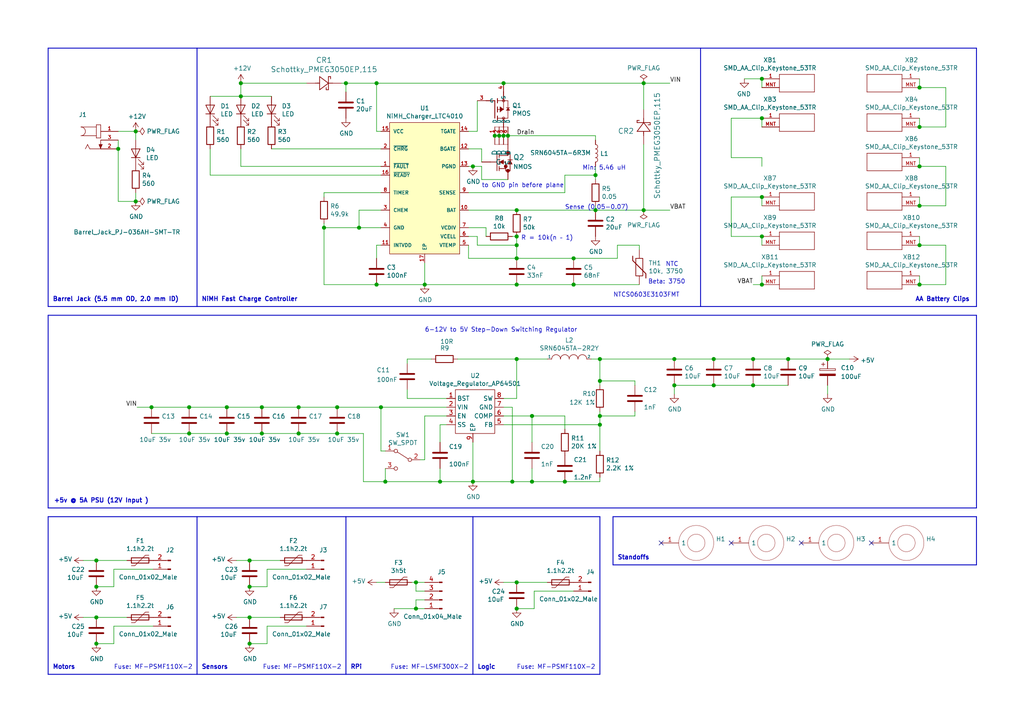
<source format=kicad_sch>
(kicad_sch (version 20201015) (generator eeschema)
  (page 1 1)
  (paper "A4")
  (title_block (title "NB3 Power Board") (date "2020-11-17") (rev "0.0.0") (company "Voight-Kampff") (comment 1 "LastBlackBox: NB3 power source") (comment 2 "6-cell NiMH AA battery charger") (comment 3 "5V/5A power source for RPi, sensors, and motors"))
  (junction (at 27.94 162.56) (diameter 1.016))
  (junction (at 27.94 170.18) (diameter 1.016))
  (junction (at 27.94 179.07) (diameter 1.016))
  (junction (at 27.94 186.69) (diameter 1.016))
  (junction (at 34.29 43.18) (diameter 1.016))
  (junction (at 39.37 38.1) (diameter 1.016))
  (junction (at 39.37 58.42) (diameter 1.016))
  (junction (at 43.942 118.11) (diameter 1.016))
  (junction (at 54.864 118.11) (diameter 1.016))
  (junction (at 54.864 125.73) (diameter 1.016))
  (junction (at 65.786 118.11) (diameter 1.016))
  (junction (at 65.786 125.73) (diameter 1.016))
  (junction (at 69.85 24.13) (diameter 1.016))
  (junction (at 69.85 27.94) (diameter 1.016))
  (junction (at 72.39 162.56) (diameter 1.016))
  (junction (at 72.39 170.18) (diameter 1.016))
  (junction (at 72.39 179.07) (diameter 1.016))
  (junction (at 72.39 186.69) (diameter 1.016))
  (junction (at 75.946 118.11) (diameter 1.016))
  (junction (at 75.946 125.73) (diameter 1.016))
  (junction (at 86.614 118.11) (diameter 1.016))
  (junction (at 86.614 125.73) (diameter 1.016))
  (junction (at 93.98 66.04) (diameter 1.016))
  (junction (at 97.79 118.11) (diameter 1.016))
  (junction (at 97.79 125.73) (diameter 1.016))
  (junction (at 100.33 24.13) (diameter 1.016))
  (junction (at 104.14 66.04) (diameter 1.016))
  (junction (at 109.22 24.13) (diameter 1.016))
  (junction (at 109.22 82.55) (diameter 1.016))
  (junction (at 110.49 118.11) (diameter 1.016))
  (junction (at 111.76 139.7) (diameter 1.016))
  (junction (at 120.65 168.91) (diameter 1.016))
  (junction (at 120.65 176.53) (diameter 1.016))
  (junction (at 123.19 82.55) (diameter 1.016))
  (junction (at 127.635 139.7) (diameter 1.016))
  (junction (at 137.16 48.26) (diameter 1.016))
  (junction (at 137.16 139.7) (diameter 1.016))
  (junction (at 143.51 39.37) (diameter 1.016))
  (junction (at 144.78 39.37) (diameter 1.016))
  (junction (at 146.05 24.13) (diameter 1.016))
  (junction (at 146.05 39.37) (diameter 1.016))
  (junction (at 147.32 39.37) (diameter 1.016))
  (junction (at 148.59 139.7) (diameter 1.016))
  (junction (at 149.86 60.96) (diameter 1.016))
  (junction (at 149.86 68.58) (diameter 1.016))
  (junction (at 149.86 71.12) (diameter 1.016))
  (junction (at 149.86 74.93) (diameter 1.016))
  (junction (at 149.86 82.55) (diameter 1.016))
  (junction (at 149.86 104.14) (diameter 1.016))
  (junction (at 149.86 168.91) (diameter 1.016))
  (junction (at 149.86 176.53) (diameter 1.016))
  (junction (at 154.305 120.65) (diameter 1.016))
  (junction (at 154.305 139.7) (diameter 1.016))
  (junction (at 163.83 139.7) (diameter 1.016))
  (junction (at 166.37 74.93) (diameter 1.016))
  (junction (at 166.37 82.55) (diameter 1.016))
  (junction (at 172.72 50.8) (diameter 1.016))
  (junction (at 172.72 60.96) (diameter 1.016))
  (junction (at 173.99 104.14) (diameter 1.016))
  (junction (at 173.99 110.49) (diameter 1.016))
  (junction (at 173.99 120.65) (diameter 1.016))
  (junction (at 173.99 123.19) (diameter 1.016))
  (junction (at 186.69 24.13) (diameter 1.016))
  (junction (at 186.69 60.96) (diameter 1.016))
  (junction (at 195.58 104.14) (diameter 1.016))
  (junction (at 195.58 111.76) (diameter 1.016))
  (junction (at 207.01 104.14) (diameter 1.016))
  (junction (at 207.01 111.76) (diameter 1.016))
  (junction (at 218.44 104.14) (diameter 1.016))
  (junction (at 218.44 111.76) (diameter 1.016))
  (junction (at 220.98 22.86) (diameter 1.016))
  (junction (at 220.98 34.29) (diameter 1.016))
  (junction (at 220.98 57.15) (diameter 1.016))
  (junction (at 220.98 68.58) (diameter 1.016))
  (junction (at 220.98 82.55) (diameter 1.016))
  (junction (at 228.6 104.14) (diameter 1.016))
  (junction (at 240.03 104.14) (diameter 1.016))
  (junction (at 266.7 25.4) (diameter 1.016))
  (junction (at 266.7 36.83) (diameter 1.016))
  (junction (at 266.7 48.26) (diameter 1.016))
  (junction (at 266.7 59.69) (diameter 1.016))
  (junction (at 266.7 71.12) (diameter 1.016))
  (junction (at 266.7 82.55) (diameter 1.016))
  (no_connect (at 252.73 157.48))
  (no_connect (at 212.09 157.48))
  (no_connect (at 191.77 157.48))
  (no_connect (at 232.41 157.48))
  (wire (pts (xy 24.13 162.56) (xy 27.94 162.56)))
  (wire (pts (xy 24.13 179.07) (xy 27.94 179.07)))
  (wire (pts (xy 27.94 162.56) (xy 36.83 162.56)))
  (wire (pts (xy 27.94 170.18) (xy 33.02 170.18)))
  (wire (pts (xy 27.94 179.07) (xy 36.83 179.07)))
  (wire (pts (xy 27.94 186.69) (xy 33.02 186.69)))
  (wire (pts (xy 33.02 165.1) (xy 33.02 170.18)))
  (wire (pts (xy 33.02 165.1) (xy 44.45 165.1)))
  (wire (pts (xy 33.02 181.61) (xy 33.02 186.69)))
  (wire (pts (xy 33.02 181.61) (xy 44.45 181.61)))
  (wire (pts (xy 34.29 38.1) (xy 39.37 38.1)))
  (wire (pts (xy 34.29 40.64) (xy 34.29 43.18)))
  (wire (pts (xy 34.29 43.18) (xy 34.29 58.42)))
  (wire (pts (xy 34.29 58.42) (xy 39.37 58.42)))
  (wire (pts (xy 39.37 40.64) (xy 39.37 38.1)))
  (wire (pts (xy 39.37 55.88) (xy 39.37 58.42)))
  (wire (pts (xy 39.751 118.11) (xy 43.942 118.11)))
  (wire (pts (xy 43.942 118.11) (xy 54.864 118.11)))
  (wire (pts (xy 43.942 125.73) (xy 54.864 125.73)))
  (wire (pts (xy 54.864 118.11) (xy 65.786 118.11)))
  (wire (pts (xy 54.864 125.73) (xy 65.786 125.73)))
  (wire (pts (xy 60.96 27.94) (xy 69.85 27.94)))
  (wire (pts (xy 60.96 43.18) (xy 60.96 50.8)))
  (wire (pts (xy 65.786 118.11) (xy 75.946 118.11)))
  (wire (pts (xy 65.786 125.73) (xy 75.946 125.73)))
  (wire (pts (xy 68.58 162.56) (xy 72.39 162.56)))
  (wire (pts (xy 68.58 179.07) (xy 72.39 179.07)))
  (wire (pts (xy 69.85 24.13) (xy 88.9 24.13)))
  (wire (pts (xy 69.85 27.94) (xy 69.85 24.13)))
  (wire (pts (xy 69.85 48.26) (xy 69.85 43.18)))
  (wire (pts (xy 72.39 162.56) (xy 81.28 162.56)))
  (wire (pts (xy 72.39 170.18) (xy 77.47 170.18)))
  (wire (pts (xy 72.39 179.07) (xy 81.28 179.07)))
  (wire (pts (xy 72.39 186.69) (xy 77.47 186.69)))
  (wire (pts (xy 75.946 118.11) (xy 86.614 118.11)))
  (wire (pts (xy 75.946 125.73) (xy 86.614 125.73)))
  (wire (pts (xy 77.47 165.1) (xy 77.47 170.18)))
  (wire (pts (xy 77.47 165.1) (xy 88.9 165.1)))
  (wire (pts (xy 77.47 181.61) (xy 77.47 186.69)))
  (wire (pts (xy 77.47 181.61) (xy 88.9 181.61)))
  (wire (pts (xy 78.74 27.94) (xy 69.85 27.94)))
  (wire (pts (xy 78.74 43.18) (xy 110.49 43.18)))
  (wire (pts (xy 86.614 118.11) (xy 97.79 118.11)))
  (wire (pts (xy 86.614 125.73) (xy 97.79 125.73)))
  (wire (pts (xy 93.98 55.88) (xy 93.98 57.15)))
  (wire (pts (xy 93.98 64.77) (xy 93.98 66.04)))
  (wire (pts (xy 93.98 66.04) (xy 93.98 82.55)))
  (wire (pts (xy 93.98 66.04) (xy 104.14 66.04)))
  (wire (pts (xy 93.98 82.55) (xy 109.22 82.55)))
  (wire (pts (xy 97.79 118.11) (xy 110.49 118.11)))
  (wire (pts (xy 97.79 125.73) (xy 105.41 125.73)))
  (wire (pts (xy 99.06 24.13) (xy 100.33 24.13)))
  (wire (pts (xy 100.33 24.13) (xy 109.22 24.13)))
  (wire (pts (xy 100.33 26.67) (xy 100.33 24.13)))
  (wire (pts (xy 104.14 60.96) (xy 104.14 66.04)))
  (wire (pts (xy 104.14 66.04) (xy 110.49 66.04)))
  (wire (pts (xy 105.41 125.73) (xy 105.41 139.7)))
  (wire (pts (xy 105.41 139.7) (xy 111.76 139.7)))
  (wire (pts (xy 109.22 24.13) (xy 146.05 24.13)))
  (wire (pts (xy 109.22 38.1) (xy 109.22 24.13)))
  (wire (pts (xy 109.22 74.93) (xy 109.22 71.12)))
  (wire (pts (xy 109.22 82.55) (xy 123.19 82.55)))
  (wire (pts (xy 109.22 168.91) (xy 111.76 168.91)))
  (wire (pts (xy 110.49 38.1) (xy 109.22 38.1)))
  (wire (pts (xy 110.49 48.26) (xy 69.85 48.26)))
  (wire (pts (xy 110.49 50.8) (xy 60.96 50.8)))
  (wire (pts (xy 110.49 55.88) (xy 93.98 55.88)))
  (wire (pts (xy 110.49 60.96) (xy 104.14 60.96)))
  (wire (pts (xy 110.49 71.12) (xy 109.22 71.12)))
  (wire (pts (xy 110.49 118.11) (xy 129.54 118.11)))
  (wire (pts (xy 110.49 130.81) (xy 110.49 118.11)))
  (wire (pts (xy 111.76 130.81) (xy 110.49 130.81)))
  (wire (pts (xy 111.76 135.89) (xy 111.76 139.7)))
  (wire (pts (xy 111.76 139.7) (xy 127.635 139.7)))
  (wire (pts (xy 118.11 104.14) (xy 118.11 105.41)))
  (wire (pts (xy 118.11 113.03) (xy 118.11 115.57)))
  (wire (pts (xy 118.11 115.57) (xy 129.54 115.57)))
  (wire (pts (xy 120.65 168.91) (xy 119.38 168.91)))
  (wire (pts (xy 120.65 171.45) (xy 120.65 168.91)))
  (wire (pts (xy 120.65 173.99) (xy 120.65 176.53)))
  (wire (pts (xy 120.65 176.53) (xy 114.3 176.53)))
  (wire (pts (xy 123.19 82.55) (xy 123.19 76.2)))
  (wire (pts (xy 123.19 82.55) (xy 149.86 82.55)))
  (wire (pts (xy 123.19 120.65) (xy 123.19 133.35)))
  (wire (pts (xy 123.19 133.35) (xy 121.92 133.35)))
  (wire (pts (xy 123.19 168.91) (xy 120.65 168.91)))
  (wire (pts (xy 123.19 171.45) (xy 120.65 171.45)))
  (wire (pts (xy 123.19 173.99) (xy 120.65 173.99)))
  (wire (pts (xy 123.19 176.53) (xy 120.65 176.53)))
  (wire (pts (xy 125.095 104.14) (xy 118.11 104.14)))
  (wire (pts (xy 127.635 123.19) (xy 127.635 128.27)))
  (wire (pts (xy 127.635 135.89) (xy 127.635 139.7)))
  (wire (pts (xy 127.635 139.7) (xy 137.16 139.7)))
  (wire (pts (xy 129.54 120.65) (xy 123.19 120.65)))
  (wire (pts (xy 129.54 123.19) (xy 127.635 123.19)))
  (wire (pts (xy 132.715 104.14) (xy 149.86 104.14)))
  (wire (pts (xy 135.89 38.1) (xy 138.43 38.1)))
  (wire (pts (xy 135.89 43.18) (xy 139.7 43.18)))
  (wire (pts (xy 135.89 48.26) (xy 137.16 48.26)))
  (wire (pts (xy 135.89 60.96) (xy 149.86 60.96)))
  (wire (pts (xy 135.89 66.04) (xy 140.97 66.04)))
  (wire (pts (xy 135.89 68.58) (xy 138.43 68.58)))
  (wire (pts (xy 135.89 71.12) (xy 135.89 74.93)))
  (wire (pts (xy 135.89 74.93) (xy 149.86 74.93)))
  (wire (pts (xy 137.16 48.26) (xy 139.7 48.26)))
  (wire (pts (xy 137.16 128.27) (xy 137.16 139.7)))
  (wire (pts (xy 137.16 139.7) (xy 148.59 139.7)))
  (wire (pts (xy 138.43 29.21) (xy 138.43 38.1)))
  (wire (pts (xy 138.43 68.58) (xy 138.43 71.12)))
  (wire (pts (xy 138.43 71.12) (xy 149.86 71.12)))
  (wire (pts (xy 139.7 43.18) (xy 139.7 46.99)))
  (wire (pts (xy 139.7 48.26) (xy 139.7 52.07)))
  (wire (pts (xy 139.7 52.07) (xy 147.32 52.07)))
  (wire (pts (xy 140.97 66.04) (xy 140.97 68.58)))
  (wire (pts (xy 143.51 39.37) (xy 144.78 39.37)))
  (wire (pts (xy 144.78 39.37) (xy 146.05 39.37)))
  (wire (pts (xy 146.05 24.13) (xy 186.69 24.13)))
  (wire (pts (xy 146.05 39.37) (xy 147.32 39.37)))
  (wire (pts (xy 146.05 115.57) (xy 149.86 115.57)))
  (wire (pts (xy 146.05 118.11) (xy 148.59 118.11)))
  (wire (pts (xy 146.05 120.65) (xy 154.305 120.65)))
  (wire (pts (xy 146.05 123.19) (xy 173.99 123.19)))
  (wire (pts (xy 146.05 168.91) (xy 149.86 168.91)))
  (wire (pts (xy 147.32 39.37) (xy 172.72 39.37)))
  (wire (pts (xy 148.59 118.11) (xy 148.59 139.7)))
  (wire (pts (xy 148.59 139.7) (xy 154.305 139.7)))
  (wire (pts (xy 149.86 60.96) (xy 172.72 60.96)))
  (wire (pts (xy 149.86 68.58) (xy 148.59 68.58)))
  (wire (pts (xy 149.86 68.58) (xy 149.86 71.12)))
  (wire (pts (xy 149.86 71.12) (xy 149.86 74.93)))
  (wire (pts (xy 149.86 74.93) (xy 166.37 74.93)))
  (wire (pts (xy 149.86 82.55) (xy 166.37 82.55)))
  (wire (pts (xy 149.86 104.14) (xy 158.75 104.14)))
  (wire (pts (xy 149.86 115.57) (xy 149.86 104.14)))
  (wire (pts (xy 149.86 168.91) (xy 158.75 168.91)))
  (wire (pts (xy 149.86 176.53) (xy 154.94 176.53)))
  (wire (pts (xy 154.305 120.65) (xy 154.305 128.27)))
  (wire (pts (xy 154.305 120.65) (xy 163.83 120.65)))
  (wire (pts (xy 154.305 135.89) (xy 154.305 139.7)))
  (wire (pts (xy 154.305 139.7) (xy 163.83 139.7)))
  (wire (pts (xy 154.94 171.45) (xy 154.94 176.53)))
  (wire (pts (xy 154.94 171.45) (xy 166.37 171.45)))
  (wire (pts (xy 163.83 50.8) (xy 163.83 55.88)))
  (wire (pts (xy 163.83 55.88) (xy 135.89 55.88)))
  (wire (pts (xy 163.83 124.46) (xy 163.83 120.65)))
  (wire (pts (xy 163.83 139.7) (xy 173.99 139.7)))
  (wire (pts (xy 166.37 74.93) (xy 179.07 74.93)))
  (wire (pts (xy 166.37 82.55) (xy 185.42 82.55)))
  (wire (pts (xy 171.45 104.14) (xy 173.99 104.14)))
  (wire (pts (xy 172.72 39.37) (xy 172.72 40.64)))
  (wire (pts (xy 172.72 48.26) (xy 172.72 50.8)))
  (wire (pts (xy 172.72 50.8) (xy 163.83 50.8)))
  (wire (pts (xy 172.72 50.8) (xy 172.72 52.07)))
  (wire (pts (xy 172.72 59.69) (xy 172.72 60.96)))
  (wire (pts (xy 172.72 60.96) (xy 186.69 60.96)))
  (wire (pts (xy 173.99 104.14) (xy 173.99 110.49)))
  (wire (pts (xy 173.99 104.14) (xy 195.58 104.14)))
  (wire (pts (xy 173.99 110.49) (xy 173.99 111.76)))
  (wire (pts (xy 173.99 110.49) (xy 184.15 110.49)))
  (wire (pts (xy 173.99 119.38) (xy 173.99 120.65)))
  (wire (pts (xy 173.99 120.65) (xy 173.99 123.19)))
  (wire (pts (xy 173.99 120.65) (xy 184.15 120.65)))
  (wire (pts (xy 173.99 123.19) (xy 173.99 130.81)))
  (wire (pts (xy 173.99 139.7) (xy 173.99 138.43)))
  (wire (pts (xy 179.07 71.12) (xy 185.42 71.12)))
  (wire (pts (xy 179.07 74.93) (xy 179.07 71.12)))
  (wire (pts (xy 184.15 110.49) (xy 184.15 111.76)))
  (wire (pts (xy 184.15 120.65) (xy 184.15 119.38)))
  (wire (pts (xy 185.42 71.12) (xy 185.42 72.39)))
  (wire (pts (xy 186.69 24.13) (xy 186.69 31.75)))
  (wire (pts (xy 186.69 24.13) (xy 194.31 24.13)))
  (wire (pts (xy 186.69 41.91) (xy 186.69 60.96)))
  (wire (pts (xy 186.69 60.96) (xy 194.31 60.96)))
  (wire (pts (xy 195.58 104.14) (xy 207.01 104.14)))
  (wire (pts (xy 195.58 111.76) (xy 195.58 114.3)))
  (wire (pts (xy 195.58 111.76) (xy 207.01 111.76)))
  (wire (pts (xy 207.01 104.14) (xy 218.44 104.14)))
  (wire (pts (xy 207.01 111.76) (xy 218.44 111.76)))
  (wire (pts (xy 212.09 45.72) (xy 212.09 34.29)))
  (wire (pts (xy 212.09 57.15) (xy 212.09 68.58)))
  (wire (pts (xy 212.09 68.58) (xy 220.98 68.58)))
  (wire (pts (xy 218.44 82.55) (xy 220.98 82.55)))
  (wire (pts (xy 218.44 104.14) (xy 228.6 104.14)))
  (wire (pts (xy 218.44 111.76) (xy 228.6 111.76)))
  (wire (pts (xy 220.98 22.86) (xy 215.9 22.86)))
  (wire (pts (xy 220.98 25.4) (xy 220.98 22.86)))
  (wire (pts (xy 220.98 34.29) (xy 212.09 34.29)))
  (wire (pts (xy 220.98 36.83) (xy 220.98 34.29)))
  (wire (pts (xy 220.98 45.72) (xy 212.09 45.72)))
  (wire (pts (xy 220.98 48.26) (xy 220.98 45.72)))
  (wire (pts (xy 220.98 57.15) (xy 212.09 57.15)))
  (wire (pts (xy 220.98 59.69) (xy 220.98 57.15)))
  (wire (pts (xy 220.98 71.12) (xy 220.98 68.58)))
  (wire (pts (xy 220.98 80.01) (xy 220.98 82.55)))
  (wire (pts (xy 228.6 104.14) (xy 240.03 104.14)))
  (wire (pts (xy 240.03 104.14) (xy 246.38 104.14)))
  (wire (pts (xy 240.03 111.76) (xy 240.03 114.3)))
  (wire (pts (xy 266.7 22.86) (xy 266.7 25.4)))
  (wire (pts (xy 266.7 25.4) (xy 274.32 25.4)))
  (wire (pts (xy 266.7 34.29) (xy 266.7 36.83)))
  (wire (pts (xy 266.7 45.72) (xy 266.7 48.26)))
  (wire (pts (xy 266.7 48.26) (xy 274.32 48.26)))
  (wire (pts (xy 266.7 57.15) (xy 266.7 59.69)))
  (wire (pts (xy 266.7 68.58) (xy 266.7 71.12)))
  (wire (pts (xy 266.7 71.12) (xy 274.32 71.12)))
  (wire (pts (xy 266.7 80.01) (xy 266.7 82.55)))
  (wire (pts (xy 274.32 25.4) (xy 274.32 36.83)))
  (wire (pts (xy 274.32 36.83) (xy 266.7 36.83)))
  (wire (pts (xy 274.32 48.26) (xy 274.32 59.69)))
  (wire (pts (xy 274.32 59.69) (xy 266.7 59.69)))
  (wire (pts (xy 274.32 71.12) (xy 274.32 82.55)))
  (wire (pts (xy 274.32 82.55) (xy 266.7 82.55)))
  (polyline (pts (xy 13.97 13.97) (xy 13.97 88.9)) (stroke (width 0.254) (type solid)))
  (polyline (pts (xy 13.97 13.97) (xy 283.21 13.97)) (stroke (width 0.254) (type solid)))
  (polyline (pts (xy 13.97 91.44) (xy 13.97 147.32)) (stroke (width 0.254) (type solid)))
  (polyline (pts (xy 13.97 91.44) (xy 283.21 91.44)) (stroke (width 0.254) (type solid)))
  (polyline (pts (xy 13.97 149.86) (xy 13.97 195.58)) (stroke (width 0.254) (type solid)))
  (polyline (pts (xy 13.97 149.86) (xy 173.99 149.86)) (stroke (width 0.254) (type solid)))
  (polyline (pts (xy 13.97 195.58) (xy 173.99 195.58)) (stroke (width 0.254) (type solid)))
  (polyline (pts (xy 57.15 13.97) (xy 57.15 88.9)) (stroke (width 0.254) (type solid)))
  (polyline (pts (xy 57.15 149.86) (xy 57.15 195.58)) (stroke (width 0.254) (type solid)))
  (polyline (pts (xy 100.33 149.86) (xy 100.33 195.58)) (stroke (width 0.254) (type solid)))
  (polyline (pts (xy 137.16 149.86) (xy 137.16 195.58)) (stroke (width 0.254) (type solid)))
  (polyline (pts (xy 173.99 195.58) (xy 173.99 149.86)) (stroke (width 0.254) (type solid)))
  (polyline (pts (xy 177.8 149.86) (xy 177.8 163.83)) (stroke (width 0.254) (type solid)))
  (polyline (pts (xy 177.8 149.86) (xy 283.21 149.86)) (stroke (width 0.254) (type solid)))
  (polyline (pts (xy 177.8 163.83) (xy 283.21 163.83)) (stroke (width 0.254) (type solid)))
  (polyline (pts (xy 203.2 13.97) (xy 203.2 88.9)) (stroke (width 0.254) (type solid)))
  (polyline (pts (xy 283.21 13.97) (xy 283.21 88.9)) (stroke (width 0.254) (type solid)))
  (polyline (pts (xy 283.21 88.9) (xy 13.97 88.9)) (stroke (width 0.254) (type solid)))
  (polyline (pts (xy 283.21 91.44) (xy 283.21 147.32)) (stroke (width 0.254) (type solid)))
  (polyline (pts (xy 283.21 147.32) (xy 13.97 147.32)) (stroke (width 0.254) (type solid)))
  (polyline (pts (xy 283.21 163.83) (xy 283.21 149.86)) (stroke (width 0.254) (type solid)))
  (text "Barrel Jack (5.5 mm OD, 2.0 mm ID)" (at 15.24 87.63 0) (effects (font (size 1.27 1.27) (thickness 0.254) bold) (justify left bottom)))
  (text "Motors" (at 15.24 194.31 0) (effects (font (size 1.27 1.27) (thickness 0.254) bold) (justify left bottom)))
  (text "+5v @ 5A PSU (12V Input )" (at 43.18 146.05 180) (effects (font (size 1.27 1.27) (thickness 0.254) bold) (justify right bottom)))
  (text "Fuse: MF-PSMF110X-2" (at 55.88 194.31 180) (effects (font (size 1.27 1.27)) (justify right bottom)))
  (text "NiMH Fast Charge Controller" (at 58.42 87.63 0) (effects (font (size 1.27 1.27) (thickness 0.254) bold) (justify left bottom)))
  (text "Sensors" (at 58.42 194.31 0) (effects (font (size 1.27 1.27) (thickness 0.254) bold) (justify left bottom)))
  (text "Fuse: MF-PSMF110X-2" (at 99.06 194.31 180) (effects (font (size 1.27 1.27)) (justify right bottom)))
  (text "RPi" (at 101.6 194.31 0) (effects (font (size 1.27 1.27) (thickness 0.254) bold) (justify left bottom)))
  (text "6-12V to 5V Step-Down Switching Regulator" (at 123.19 96.52 0) (effects (font (size 1.27 1.27)) (justify left bottom)))
  (text "Fuse: MF-LSMF300X-2" (at 135.89 194.31 180) (effects (font (size 1.27 1.27)) (justify right bottom)))
  (text "Logic" (at 138.43 194.31 0) (effects (font (size 1.27 1.27) (thickness 0.254) bold) (justify left bottom)))
  (text "to GND pin before plane" (at 139.7 54.61 0) (effects (font (size 1.27 1.27)) (justify left bottom)))
  (text "R = 10k(n – 1)" (at 151.13 69.85 0) (effects (font (size 1.27 1.27)) (justify left bottom)))
  (text "Sense (0.05-0.07)" (at 163.83 60.96 0) (effects (font (size 1.27 1.27)) (justify left bottom)))
  (text "Min: 5.46 uH\n" (at 168.91 49.53 0) (effects (font (size 1.27 1.27)) (justify left bottom)))
  (text "Fuse: MF-PSMF110X-2" (at 172.72 194.31 180) (effects (font (size 1.27 1.27)) (justify right bottom)))
  (text "Standoffs" (at 179.07 162.56 0) (effects (font (size 1.27 1.27) (thickness 0.254) bold) (justify left bottom)))
  (text "Beta: 3750" (at 187.96 82.55 0) (effects (font (size 1.27 1.27)) (justify left bottom)))
  (text "NTC" (at 193.04 77.47 0) (effects (font (size 1.27 1.27)) (justify left bottom)))
  (text "NTCS0603E3103FMT " (at 198.12 86.36 180) (effects (font (size 1.27 1.27)) (justify right bottom)))
  (text "AA Battery Clips" (at 265.43 87.63 0) (effects (font (size 1.27 1.27) (thickness 0.254) bold) (justify left bottom)))
  (label "VIN" (at 39.751 118.11 180))
  (label "Drain" (at 149.86 39.37 0))
  (label "VIN" (at 194.31 24.13 0))
  (label "VBAT" (at 194.31 60.96 0))
  (label "VBAT" (at 218.44 82.55 180))
  (symbol (lib_id "power:PWR_FLAG") (at 39.37 38.1 270) (unit 1)
    (property "Reference" "#FLG02" (effects hide))
    (property "Value" "PWR_FLAG" (at 42.5451 38.1 90) (effects (justify left)))
  )
  (symbol (lib_id "power:PWR_FLAG") (at 39.37 58.42 270) (unit 1)
    (property "Reference" "#FLG03" (effects hide))
    (property "Value" "PWR_FLAG" (at 42.5451 58.42 90) (effects (justify left)))
  )
  (symbol (lib_id "power:PWR_FLAG") (at 186.69 24.13 0) (unit 1)
    (property "Reference" "#FLG01" (effects hide))
    (property "Value" "PWR_FLAG" (at 186.69 19.7358 0))
  )
  (symbol (lib_id "power:PWR_FLAG") (at 186.69 60.96 180) (unit 1)
    (property "Reference" "#FLG04" (effects hide))
    (property "Value" "PWR_FLAG" (at 186.69 65.2844 0))
  )
  (symbol (lib_id "power:PWR_FLAG") (at 240.03 104.14 0) (unit 1)
    (property "Reference" "#FLG05" (effects hide))
    (property "Value" "PWR_FLAG" (at 240.03 99.8156 0))
  )
  (symbol (lib_id "power:+5V") (at 24.13 162.56 90) (unit 1)
    (property "Reference" "#PWR013" (effects hide))
    (property "Value" "+5V" (at 20.955 162.1917 90) (effects (justify left)))
  )
  (symbol (lib_id "power:+5V") (at 24.13 179.07 90) (unit 1)
    (property "Reference" "#PWR021" (effects hide))
    (property "Value" "+5V" (at 20.955 178.7017 90) (effects (justify left)))
  )
  (symbol (lib_id "power:+12V") (at 39.37 38.1 0) (unit 1)
    (property "Reference" "#PWR04" (effects hide))
    (property "Value" "+12V" (at 39.7383 33.7756 0))
  )
  (symbol (lib_id "power:+5V") (at 68.58 162.56 90) (unit 1)
    (property "Reference" "#PWR014" (effects hide))
    (property "Value" "+5V" (at 65.405 162.1917 90) (effects (justify left)))
  )
  (symbol (lib_id "power:+5V") (at 68.58 179.07 90) (unit 1)
    (property "Reference" "#PWR022" (effects hide))
    (property "Value" "+5V" (at 65.405 178.7017 90) (effects (justify left)))
  )
  (symbol (lib_id "power:+12V") (at 69.85 24.13 0) (unit 1)
    (property "Reference" "#PWR02" (effects hide))
    (property "Value" "+12V" (at 70.2183 19.8056 0))
  )
  (symbol (lib_id "power:+5V") (at 109.22 168.91 90) (unit 1)
    (property "Reference" "#PWR015" (effects hide))
    (property "Value" "+5V" (at 106.045 168.5417 90) (effects (justify left)))
  )
  (symbol (lib_id "power:+5V") (at 146.05 168.91 90) (unit 1)
    (property "Reference" "#PWR016" (effects hide))
    (property "Value" "+5V" (at 142.875 168.5417 90) (effects (justify left)))
  )
  (symbol (lib_id "power:+5V") (at 246.38 104.14 270) (unit 1)
    (property "Reference" "#PWR09" (effects hide))
    (property "Value" "+5V" (at 249.5551 104.5083 90) (effects (justify left)))
  )
  (symbol (lib_id "Device:L") (at 172.72 44.45 0) (unit 1)
    (property "Reference" "L1" (at 174.0662 44.5516 0) (effects (justify left)))
    (property "Value" "SRN6045TA-6R3M" (at 153.746 44.323 0) (effects (justify left)))
    (property "Footprint" "Inductor_SMD:L_Bourns_SRN6045TA" (effects hide))
  )
  (symbol (lib_id "power:GND") (at 27.94 170.18 0) (unit 1)
    (property "Reference" "#PWR017" (effects hide))
    (property "Value" "GND" (at 28.067 174.5742 0))
  )
  (symbol (lib_id "power:GND") (at 27.94 186.69 0) (unit 1)
    (property "Reference" "#PWR023" (effects hide))
    (property "Value" "GND" (at 28.067 191.0842 0))
  )
  (symbol (lib_id "power:GND") (at 39.37 58.42 0) (unit 1)
    (property "Reference" "#PWR06" (effects hide))
    (property "Value" "GND" (at 39.497 62.8142 0))
  )
  (symbol (lib_id "power:GND") (at 72.39 170.18 0) (unit 1)
    (property "Reference" "#PWR018" (effects hide))
    (property "Value" "GND" (at 72.517 174.5742 0))
  )
  (symbol (lib_id "power:GND") (at 72.39 186.69 0) (unit 1)
    (property "Reference" "#PWR024" (effects hide))
    (property "Value" "GND" (at 72.517 191.0842 0))
  )
  (symbol (lib_id "power:GND") (at 100.33 34.29 0) (unit 1)
    (property "Reference" "#PWR03" (effects hide))
    (property "Value" "GND" (at 100.457 38.6842 0))
  )
  (symbol (lib_id "power:GND") (at 114.3 176.53 0) (unit 1)
    (property "Reference" "#PWR019" (effects hide))
    (property "Value" "GND" (at 114.427 180.9242 0))
  )
  (symbol (lib_id "power:GND") (at 123.19 82.55 0) (unit 1)
    (property "Reference" "#PWR08" (effects hide))
    (property "Value" "GND" (at 123.317 86.9442 0))
  )
  (symbol (lib_id "power:GND") (at 137.16 48.26 0) (unit 1)
    (property "Reference" "#PWR05" (effects hide))
    (property "Value" "GND" (at 137.287 52.6542 0))
  )
  (symbol (lib_id "power:GND") (at 137.16 139.7 0) (unit 1)
    (property "Reference" "#PWR012" (effects hide))
    (property "Value" "GND" (at 137.287 144.0942 0))
  )
  (symbol (lib_id "power:GND") (at 149.86 176.53 0) (unit 1)
    (property "Reference" "#PWR020" (effects hide))
    (property "Value" "GND" (at 149.987 180.9242 0))
  )
  (symbol (lib_id "power:GND") (at 172.72 68.58 0) (unit 1)
    (property "Reference" "#PWR07" (effects hide))
    (property "Value" "GND" (at 172.847 72.9742 0))
  )
  (symbol (lib_id "power:GND") (at 195.58 114.3 0) (unit 1)
    (property "Reference" "#PWR010" (effects hide))
    (property "Value" "GND" (at 195.707 118.6942 0))
  )
  (symbol (lib_id "power:GND") (at 215.9 22.86 0) (mirror y) (unit 1)
    (property "Reference" "#PWR01" (effects hide))
    (property "Value" "GND" (at 215.773 27.2542 0))
  )
  (symbol (lib_id "power:GND") (at 240.03 114.3 0) (unit 1)
    (property "Reference" "#PWR011" (effects hide))
    (property "Value" "GND" (at 240.157 118.6942 0))
  )
  (symbol (lib_id "Device:R") (at 39.37 52.07 0) (unit 1)
    (property "Reference" "R4" (at 41.148 50.9016 0) (effects (justify left)))
    (property "Value" "560" (at 41.148 53.213 0) (effects (justify left)))
    (property "Footprint" "Resistor_SMD:R_0402_1005Metric" (effects hide))
  )
  (symbol (lib_id "Device:R") (at 60.96 39.37 0) (unit 1)
    (property "Reference" "R1" (at 62.738 38.2016 0) (effects (justify left)))
    (property "Value" "560" (at 62.738 40.513 0) (effects (justify left)))
    (property "Footprint" "Resistor_SMD:R_0402_1005Metric" (effects hide))
  )
  (symbol (lib_id "Device:R") (at 69.85 39.37 0) (unit 1)
    (property "Reference" "R2" (at 71.628 38.2016 0) (effects (justify left)))
    (property "Value" "560" (at 71.628 40.513 0) (effects (justify left)))
    (property "Footprint" "Resistor_SMD:R_0402_1005Metric" (effects hide))
  )
  (symbol (lib_id "Device:R") (at 78.74 39.37 0) (unit 1)
    (property "Reference" "R3" (at 80.518 38.2016 0) (effects (justify left)))
    (property "Value" "560" (at 80.518 40.513 0) (effects (justify left)))
    (property "Footprint" "Resistor_SMD:R_0402_1005Metric" (effects hide))
  )
  (symbol (lib_id "Device:R") (at 93.98 60.96 0) (unit 1)
    (property "Reference" "R6" (at 95.758 59.7916 0) (effects (justify left)))
    (property "Value" "49.9k" (at 95.758 62.103 0) (effects (justify left)))
    (property "Footprint" "Resistor_SMD:R_0402_1005Metric" (effects hide))
  )
  (symbol (lib_id "Device:R") (at 128.905 104.14 270) (unit 1)
    (property "Reference" "R9" (at 127.635 100.965 90) (effects (justify left)))
    (property "Value" "10R" (at 127.635 99.06 90) (effects (justify left)))
    (property "Footprint" "Resistor_SMD:R_0402_1005Metric" (effects hide))
    (property "Datasheet" "https://fscdn.rohm.com/en/products/databook/datasheet/passive/resistor/chip_resistor/mcr-e.pdf" (effects hide))
    (property "Field4" "Farnell" (effects hide))
    (property "Field5" "9238999" (effects hide))
    (property "Field7" "Yageo" (effects hide))
    (property "Field6" "RC0402FR-0710RL" (effects hide))
    (property "Field8" "URES00256" (effects hide))
    (property "Part Description" "Resistor 10R M1005 1% 63mW" (effects hide))
  )
  (symbol (lib_id "Device:R") (at 144.78 68.58 270) (unit 1)
    (property "Reference" "R8" (at 144.78 63.3222 90))
    (property "Value" "10k" (at 144.78 65.6336 90))
    (property "Footprint" "Resistor_SMD:R_0402_1005Metric" (effects hide))
  )
  (symbol (lib_id "Device:R") (at 149.86 64.77 180) (unit 1)
    (property "Reference" "R7" (at 151.638 63.6016 0) (effects (justify right)))
    (property "Value" "50k" (at 151.638 65.913 0) (effects (justify right)))
    (property "Footprint" "Resistor_SMD:R_0402_1005Metric" (effects hide))
  )
  (symbol (lib_id "Device:R") (at 163.83 128.27 0) (unit 1)
    (property "Reference" "R11" (at 165.608 127.1016 0) (effects (justify left)))
    (property "Value" "20K 1%" (at 165.608 129.413 0) (effects (justify left)))
    (property "Footprint" "Resistor_SMD:R_0402_1005Metric" (effects hide))
    (property "Datasheet" "https://fscdn.rohm.com/en/products/databook/datasheet/passive/resistor/chip_resistor/mcr-e.pdf" (effects hide))
    (property "Field4" "Farnell" (effects hide))
    (property "Field5" "2331485" (effects hide))
    (property "Field7" "KOA EUROPE GMBH" (effects hide))
    (property "Field6" "RK73H1ETTP2002F" (effects hide))
    (property "Part Description" "Resistor 20K M1005 1% 63mW" (effects hide))
  )
  (symbol (lib_id "Device:R") (at 172.72 55.88 180) (unit 1)
    (property "Reference" "R5" (at 174.498 54.7116 0) (effects (justify right)))
    (property "Value" "0.05" (at 174.498 57.023 0) (effects (justify right)))
    (property "Footprint" "Resistor_SMD:R_1206_3216Metric" (effects hide))
  )
  (symbol (lib_id "Device:R") (at 173.99 115.57 0) (unit 1)
    (property "Reference" "R10" (at 168.91 114.173 0) (effects (justify left)))
    (property "Value" "12K 1%" (at 165.1 116.713 0) (effects (justify left)))
    (property "Footprint" "Resistor_SMD:R_0402_1005Metric" (effects hide))
    (property "Datasheet" "https://fscdn.rohm.com/en/products/databook/datasheet/passive/resistor/chip_resistor/mcr-e.pdf" (effects hide))
    (property "Field4" "Farnell" (effects hide))
    (property "Field5" "9239367" (effects hide))
    (property "Field7" "Rohm" (effects hide))
    (property "Field6" "MCR01MZPF1202" (effects hide))
    (property "Part Description" "Resistor 12K M1005 1% 63mW" (effects hide))
  )
  (symbol (lib_id "Device:R") (at 173.99 134.62 0) (unit 1)
    (property "Reference" "R12" (at 175.768 133.4516 0) (effects (justify left)))
    (property "Value" "2.2K 1%" (at 175.768 135.763 0) (effects (justify left)))
    (property "Footprint" "Resistor_SMD:R_0402_1005Metric" (effects hide))
    (property "Datasheet" "https://fscdn.rohm.com/en/products/databook/datasheet/passive/resistor/chip_resistor/mcr-e.pdf" (effects hide))
    (property "Field4" "Farnell" (effects hide))
    (property "Field5" "9239278" (effects hide))
    (property "Field6" "RK73G1ETQTP2201D         " (effects hide))
    (property "Field7" "KOA EUROPE GMBH" (effects hide))
    (property "Part Description" "Resistor 2.2K M1005 1% 63mW" (effects hide))
    (property "Field8" "120889581" (effects hide))
  )
  (symbol (lib_id "pspice:INDUCTOR") (at 165.1 104.14 0) (unit 1)
    (property "Reference" "L2" (at 165.1 98.679 0))
    (property "Value" "SRN6045TA-2R2Y" (at 165.1 100.99 0))
    (property "Footprint" "Inductor_SMD:L_Bourns_SRN6045TA" (effects hide))
    (property "Datasheet" "https://www.bourns.com/docs/Product-Datasheets/SRN6045TA.pdf" (effects hide))
    (property "Field4" "Farnell" (effects hide))
    (property "Field5" "2616889" (effects hide))
    (property "Field6" "SRN6045TA-3R3Y" (effects hide))
    (property "Field7" "Bourns" (effects hide))
    (property "Part Description" "3.3µH Semi-Shielded Wirewound Inductor 7.8A 21mOhm Nonstandard" (effects hide))
  )
  (symbol (lib_id "Connector:Conn_01x02_Male") (at 49.53 165.1 180) (unit 1)
    (property "Reference" "J2" (at 49.3268 159.5374 0))
    (property "Value" "Conn_01x02_Male" (at 42.9768 167.386 0))
    (property "Footprint" "Connector_PinHeader_2.54mm:PinHeader_1x02_P2.54mm_Vertical_SMD_Pin1Right" (effects hide))
  )
  (symbol (lib_id "Connector:Conn_01x02_Male") (at 49.53 181.61 180) (unit 1)
    (property "Reference" "J6" (at 49.3268 176.0474 0))
    (property "Value" "Conn_01x02_Male" (at 42.9768 183.896 0))
    (property "Footprint" "Connector_PinHeader_2.54mm:PinHeader_1x02_P2.54mm_Vertical_SMD_Pin1Right" (effects hide))
  )
  (symbol (lib_id "Connector:Conn_01x02_Male") (at 93.98 165.1 180) (unit 1)
    (property "Reference" "J3" (at 93.7768 159.5374 0))
    (property "Value" "Conn_01x02_Male" (at 87.4268 167.386 0))
    (property "Footprint" "Connector_PinHeader_2.54mm:PinHeader_1x02_P2.54mm_Vertical_SMD_Pin1Right" (effects hide))
  )
  (symbol (lib_id "Connector:Conn_01x02_Male") (at 93.98 181.61 180) (unit 1)
    (property "Reference" "J7" (at 93.7768 176.0474 0))
    (property "Value" "Conn_01x02_Male" (at 87.4268 183.896 0))
    (property "Footprint" "Connector_PinHeader_2.54mm:PinHeader_1x02_P2.54mm_Vertical_SMD_Pin1Right" (effects hide))
  )
  (symbol (lib_id "Connector:Conn_01x02_Male") (at 171.45 171.45 180) (unit 1)
    (property "Reference" "J4" (at 171.2468 165.8874 0))
    (property "Value" "Conn_01x02_Male" (at 164.8968 173.736 0))
    (property "Footprint" "Connector_PinHeader_2.54mm:PinHeader_1x02_P2.54mm_Vertical_SMD_Pin1Right" (effects hide))
  )
  (symbol (lib_id "Device:Polyfuse") (at 40.64 162.56 270) (unit 1)
    (property "Reference" "F1" (at 40.64 156.845 90))
    (property "Value" "1.1h2.2t" (at 40.64 159.156 90))
    (property "Footprint" "Fuse:Fuse_0805_2012Metric" (effects hide))
  )
  (symbol (lib_id "Device:Polyfuse") (at 40.64 179.07 270) (unit 1)
    (property "Reference" "F5" (at 40.64 173.355 90))
    (property "Value" "1.1h2.2t" (at 40.64 175.666 90))
    (property "Footprint" "Fuse:Fuse_0805_2012Metric" (effects hide))
  )
  (symbol (lib_id "Device:Polyfuse") (at 85.09 162.56 270) (unit 1)
    (property "Reference" "F2" (at 85.09 156.845 90))
    (property "Value" "1.1h2.2t" (at 85.09 159.156 90))
    (property "Footprint" "Fuse:Fuse_0805_2012Metric" (effects hide))
  )
  (symbol (lib_id "Device:Polyfuse") (at 85.09 179.07 270) (unit 1)
    (property "Reference" "F6" (at 85.09 173.355 90))
    (property "Value" "1.1h2.2t" (at 85.09 175.666 90))
    (property "Footprint" "Fuse:Fuse_0805_2012Metric" (effects hide))
  )
  (symbol (lib_id "Device:Polyfuse") (at 115.57 168.91 270) (unit 1)
    (property "Reference" "F3" (at 115.57 163.195 90))
    (property "Value" "3h5t" (at 115.57 165.506 90))
    (property "Footprint" "Fuse:Fuse_2920_7451Metric" (effects hide))
  )
  (symbol (lib_id "Device:Polyfuse") (at 162.56 168.91 270) (unit 1)
    (property "Reference" "F4" (at 162.56 163.195 90))
    (property "Value" "1.1h2.2t" (at 162.56 165.506 90))
    (property "Footprint" "Fuse:Fuse_0805_2012Metric" (effects hide))
  )
  (symbol (lib_id "Device:LED") (at 39.37 44.45 90) (unit 1)
    (property "Reference" "D4" (at 42.3418 43.4594 90) (effects (justify right)))
    (property "Value" "LED" (at 42.3418 45.7708 90) (effects (justify right)))
    (property "Footprint" "LED_SMD:LED_0603_1608Metric" (effects hide))
  )
  (symbol (lib_id "Device:LED") (at 60.96 31.75 90) (unit 1)
    (property "Reference" "D1" (at 63.9318 30.7594 90) (effects (justify right)))
    (property "Value" "LED" (at 63.9318 33.0708 90) (effects (justify right)))
    (property "Footprint" "LED_SMD:LED_0603_1608Metric" (effects hide))
  )
  (symbol (lib_id "Device:LED") (at 69.85 31.75 90) (unit 1)
    (property "Reference" "D2" (at 72.8218 30.7594 90) (effects (justify right)))
    (property "Value" "LED" (at 72.8218 33.0708 90) (effects (justify right)))
    (property "Footprint" "LED_SMD:LED_0603_1608Metric" (effects hide))
  )
  (symbol (lib_id "Device:LED") (at 78.74 31.75 90) (unit 1)
    (property "Reference" "D3" (at 81.7118 30.7594 90) (effects (justify right)))
    (property "Value" "LED" (at 81.7118 33.0708 90) (effects (justify right)))
    (property "Footprint" "LED_SMD:LED_0603_1608Metric" (effects hide))
  )
  (symbol (lib_id "Device:C") (at 27.94 166.37 0) (unit 1)
    (property "Reference" "C22" (at 20.701 165.2016 0) (effects (justify left)))
    (property "Value" "10uF" (at 19.431 167.513 0) (effects (justify left)))
    (property "Footprint" "Capacitor_SMD:C_0805_2012Metric" (effects hide))
    (property "Datasheet" "https://search.murata.co.jp/Ceramy/image/img/A01X/G101/ENG/GRM21BR71A106KA73-01.pdf" (effects hide))
    (property "Field5" "490-14381-1-ND" (effects hide))
    (property "Field4" "Digikey" (effects hide))
    (property "Field6" "GRM21BR71A106KA73L" (effects hide))
    (property "Field7" "Murata" (effects hide))
    (property "Part Description" "	10uF 10% 10V Ceramic Capacitor X7R 0805 (2012 Metric)" (effects hide))
    (property "Field8" "111893011" (effects hide))
  )
  (symbol (lib_id "Device:C") (at 27.94 182.88 0) (unit 1)
    (property "Reference" "C25" (at 20.701 181.7116 0) (effects (justify left)))
    (property "Value" "10uF" (at 19.431 184.023 0) (effects (justify left)))
    (property "Footprint" "Capacitor_SMD:C_0805_2012Metric" (effects hide))
    (property "Datasheet" "https://search.murata.co.jp/Ceramy/image/img/A01X/G101/ENG/GRM21BR71A106KA73-01.pdf" (effects hide))
    (property "Field5" "490-14381-1-ND" (effects hide))
    (property "Field4" "Digikey" (effects hide))
    (property "Field6" "GRM21BR71A106KA73L" (effects hide))
    (property "Field7" "Murata" (effects hide))
    (property "Part Description" "	10uF 10% 10V Ceramic Capacitor X7R 0805 (2012 Metric)" (effects hide))
    (property "Field8" "111893011" (effects hide))
  )
  (symbol (lib_id "Device:C") (at 43.942 121.92 0) (unit 1)
    (property "Reference" "C13" (at 46.863 120.7516 0) (effects (justify left)))
    (property "Value" "10uF 35v" (at 40.386 127.508 0) (effects (justify left)))
    (property "Footprint" "Capacitor_SMD:C_0805_2012Metric" (effects hide))
    (property "Datasheet" "https://www.murata.com/en-global/products/productdetail.aspx?partno=GRM21BC8YA106ME11%23" (effects hide))
    (property "Field5" "490-10505-1-ND" (effects hide))
    (property "Field4" "Digikey" (effects hide))
    (property "Field6" "GRM21BC8YA106KE11L " (effects hide))
    (property "Field7" "Murata" (effects hide))
    (property "Part Description" "	10uF 10% or 20% 35V Ceramic Capacitor X6S 0805 (2012 Metric)" (effects hide))
  )
  (symbol (lib_id "Device:C") (at 54.864 121.92 0) (unit 1)
    (property "Reference" "C14" (at 57.785 120.7516 0) (effects (justify left)))
    (property "Value" "10uF 35v" (at 51.816 127.508 0) (effects (justify left)))
    (property "Footprint" "Capacitor_SMD:C_0805_2012Metric" (effects hide))
    (property "Datasheet" "https://www.murata.com/en-global/products/productdetail.aspx?partno=GRM21BC8YA106ME11%23" (effects hide))
    (property "Field5" "490-10505-1-ND" (effects hide))
    (property "Field4" "Digikey" (effects hide))
    (property "Field6" "GRM21BC8YA106KE11L " (effects hide))
    (property "Field7" "Murata" (effects hide))
    (property "Part Description" "	10uF 10% or 20% 35V Ceramic Capacitor X6S 0805 (2012 Metric)" (effects hide))
  )
  (symbol (lib_id "Device:C") (at 65.786 121.92 0) (unit 1)
    (property "Reference" "C15" (at 68.707 120.7516 0) (effects (justify left)))
    (property "Value" "10uF 35v" (at 61.976 127.508 0) (effects (justify left)))
    (property "Footprint" "Capacitor_SMD:C_0805_2012Metric" (effects hide))
    (property "Datasheet" "https://www.murata.com/en-global/products/productdetail.aspx?partno=GRM21BC8YA106ME11%23" (effects hide))
    (property "Field5" "490-10505-1-ND" (effects hide))
    (property "Field4" "Digikey" (effects hide))
    (property "Field6" "GRM21BC8YA106KE11L " (effects hide))
    (property "Field7" "Murata" (effects hide))
    (property "Part Description" "	10uF 10% or 20% 35V Ceramic Capacitor X6S 0805 (2012 Metric)" (effects hide))
  )
  (symbol (lib_id "Device:C") (at 72.39 166.37 0) (unit 1)
    (property "Reference" "C23" (at 65.151 165.2016 0) (effects (justify left)))
    (property "Value" "10uF" (at 63.881 167.513 0) (effects (justify left)))
    (property "Footprint" "Capacitor_SMD:C_0805_2012Metric" (effects hide))
    (property "Datasheet" "https://search.murata.co.jp/Ceramy/image/img/A01X/G101/ENG/GRM21BR71A106KA73-01.pdf" (effects hide))
    (property "Field5" "490-14381-1-ND" (effects hide))
    (property "Field4" "Digikey" (effects hide))
    (property "Field6" "GRM21BR71A106KA73L" (effects hide))
    (property "Field7" "Murata" (effects hide))
    (property "Part Description" "	10uF 10% 10V Ceramic Capacitor X7R 0805 (2012 Metric)" (effects hide))
    (property "Field8" "111893011" (effects hide))
  )
  (symbol (lib_id "Device:C") (at 72.39 182.88 0) (unit 1)
    (property "Reference" "C26" (at 65.151 181.7116 0) (effects (justify left)))
    (property "Value" "10uF" (at 63.881 184.023 0) (effects (justify left)))
    (property "Footprint" "Capacitor_SMD:C_0805_2012Metric" (effects hide))
    (property "Datasheet" "https://search.murata.co.jp/Ceramy/image/img/A01X/G101/ENG/GRM21BR71A106KA73-01.pdf" (effects hide))
    (property "Field5" "490-14381-1-ND" (effects hide))
    (property "Field4" "Digikey" (effects hide))
    (property "Field6" "GRM21BR71A106KA73L" (effects hide))
    (property "Field7" "Murata" (effects hide))
    (property "Part Description" "	10uF 10% 10V Ceramic Capacitor X7R 0805 (2012 Metric)" (effects hide))
    (property "Field8" "111893011" (effects hide))
  )
  (symbol (lib_id "Device:C") (at 75.946 121.92 0) (unit 1)
    (property "Reference" "C16" (at 78.867 120.7516 0) (effects (justify left)))
    (property "Value" "10uF 35v" (at 72.136 127.508 0) (effects (justify left)))
    (property "Footprint" "Capacitor_SMD:C_0805_2012Metric" (effects hide))
    (property "Datasheet" "https://www.murata.com/en-global/products/productdetail.aspx?partno=GRM21BC8YA106ME11%23" (effects hide))
    (property "Field5" "490-10505-1-ND" (effects hide))
    (property "Field4" "Digikey" (effects hide))
    (property "Field6" "GRM21BC8YA106KE11L " (effects hide))
    (property "Field7" "Murata" (effects hide))
    (property "Part Description" "	10uF 10% or 20% 35V Ceramic Capacitor X6S 0805 (2012 Metric)" (effects hide))
  )
  (symbol (lib_id "Device:C") (at 86.614 121.92 0) (unit 1)
    (property "Reference" "C17" (at 89.535 120.7516 0) (effects (justify left)))
    (property "Value" "10uF 35v" (at 83.566 127.508 0) (effects (justify left)))
    (property "Footprint" "Capacitor_SMD:C_0805_2012Metric" (effects hide))
    (property "Datasheet" "https://www.murata.com/en-global/products/productdetail.aspx?partno=GRM21BC8YA106ME11%23" (effects hide))
    (property "Field5" "490-10505-1-ND" (effects hide))
    (property "Field4" "Digikey" (effects hide))
    (property "Field6" "GRM21BC8YA106KE11L " (effects hide))
    (property "Field7" "Murata" (effects hide))
    (property "Part Description" "	10uF 10% or 20% 35V Ceramic Capacitor X6S 0805 (2012 Metric)" (effects hide))
  )
  (symbol (lib_id "Device:C") (at 97.79 121.92 0) (unit 1)
    (property "Reference" "C18" (at 100.711 120.7516 0) (effects (justify left)))
    (property "Value" "10uF 35v" (at 94.996 127.508 0) (effects (justify left)))
    (property "Footprint" "Capacitor_SMD:C_0805_2012Metric" (effects hide))
    (property "Datasheet" "https://www.murata.com/en-global/products/productdetail.aspx?partno=GRM21BC8YA106ME11%23" (effects hide))
    (property "Field5" "490-10505-1-ND" (effects hide))
    (property "Field4" "Digikey" (effects hide))
    (property "Field6" "GRM21BC8YA106KE11L " (effects hide))
    (property "Field7" "Murata" (effects hide))
    (property "Part Description" "	10uF 10% or 20% 35V Ceramic Capacitor X6S 0805 (2012 Metric)" (effects hide))
  )
  (symbol (lib_id "Device:C") (at 100.33 30.48 0) (unit 1)
    (property "Reference" "C1" (at 103.251 29.3116 0) (effects (justify left)))
    (property "Value" "20uF" (at 103.251 31.623 0) (effects (justify left)))
    (property "Footprint" "Capacitor_SMD:C_0805_2012Metric" (effects hide))
  )
  (symbol (lib_id "Device:C") (at 109.22 78.74 0) (unit 1)
    (property "Reference" "C3" (at 112.141 77.5716 0) (effects (justify left)))
    (property "Value" "100nF" (at 112.141 79.883 0) (effects (justify left)))
    (property "Footprint" "Capacitor_SMD:C_0402_1005Metric" (effects hide))
  )
  (symbol (lib_id "Device:C") (at 118.11 109.22 0) (unit 1)
    (property "Reference" "C11" (at 109.22 107.315 0) (effects (justify left)))
    (property "Value" "100nF" (at 109.22 110.109 0) (effects (justify left)))
    (property "Footprint" "Capacitor_SMD:C_0402_1005Metric" (effects hide))
    (property "Datasheet" "https://search.murata.co.jp/Ceramy/image/img/A01X/G101/ENG/GRM155R71C104KA88-01.pdf" (effects hide))
    (property "Field4" "Farnell" (effects hide))
    (property "Field5" "2611911" (effects hide))
    (property "Field6" "RM EMK105 B7104KV-F" (effects hide))
    (property "Field7" "TAIYO YUDEN EUROPE GMBH" (effects hide))
    (property "Part Description" "	0.1uF 10% 16V Ceramic Capacitor X7R 0402 (1005 Metric)" (effects hide))
    (property "Field8" "110091611" (effects hide))
  )
  (symbol (lib_id "Device:C") (at 127.635 132.08 0) (unit 1)
    (property "Reference" "C19" (at 130.175 129.54 0) (effects (justify left)))
    (property "Value" "100nF" (at 130.175 134.62 0) (effects (justify left)))
    (property "Footprint" "Capacitor_SMD:C_0402_1005Metric" (effects hide))
    (property "Datasheet" "https://search.murata.co.jp/Ceramy/image/img/A01X/G101/ENG/GRM155R71C104KA88-01.pdf" (effects hide))
    (property "Field4" "Farnell" (effects hide))
    (property "Field5" "2611911" (effects hide))
    (property "Field6" "RM EMK105 B7104KV-F" (effects hide))
    (property "Field7" "TAIYO YUDEN EUROPE GMBH" (effects hide))
    (property "Part Description" "	0.1uF 10% 16V Ceramic Capacitor X7R 0402 (1005 Metric)" (effects hide))
    (property "Field8" "110091611" (effects hide))
  )
  (symbol (lib_id "Device:C") (at 149.86 78.74 0) (unit 1)
    (property "Reference" "C4" (at 152.781 77.5716 0) (effects (justify left)))
    (property "Value" "33nF" (at 152.781 79.883 0) (effects (justify left)))
    (property "Footprint" "Capacitor_SMD:C_0402_1005Metric" (effects hide))
  )
  (symbol (lib_id "Device:C") (at 149.86 172.72 0) (unit 1)
    (property "Reference" "C24" (at 142.621 171.5516 0) (effects (justify left)))
    (property "Value" "10uF" (at 141.351 173.863 0) (effects (justify left)))
    (property "Footprint" "Capacitor_SMD:C_0805_2012Metric" (effects hide))
    (property "Datasheet" "https://search.murata.co.jp/Ceramy/image/img/A01X/G101/ENG/GRM21BR71A106KA73-01.pdf" (effects hide))
    (property "Field5" "490-14381-1-ND" (effects hide))
    (property "Field4" "Digikey" (effects hide))
    (property "Field6" "GRM21BR71A106KA73L" (effects hide))
    (property "Field7" "Murata" (effects hide))
    (property "Part Description" "	10uF 10% 10V Ceramic Capacitor X7R 0805 (2012 Metric)" (effects hide))
    (property "Field8" "111893011" (effects hide))
  )
  (symbol (lib_id "Device:C") (at 154.305 132.08 0) (unit 1)
    (property "Reference" "C20" (at 156.845 129.54 0) (effects (justify left)))
    (property "Value" "1nF" (at 156.845 134.62 0) (effects (justify left)))
    (property "Footprint" "Capacitor_SMD:C_0402_1005Metric" (effects hide))
  )
  (symbol (lib_id "Device:C") (at 163.83 135.89 0) (unit 1)
    (property "Reference" "C21" (at 166.37 133.35 0) (effects (justify left)))
    (property "Value" "1.2nF" (at 166.37 138.43 0) (effects (justify left)))
    (property "Footprint" "Capacitor_SMD:C_0402_1005Metric" (effects hide))
    (property "Datasheet" "http://www.farnell.com/datasheets/2734135.pdf?_ga=2.259347658.1738794919.1588350964-1787849031.1568210898&_gac=1.15394434.1588350964.EAIaIQobChMIgrHHs4yT6QIVxevtCh39TA_nEAAYASAAEgK8PfD_BwE" (effects hide))
    (property "Field4" "Digikey" (effects hide))
    (property "Field5" "490-16429-1-ND" (effects hide))
    (property "Field6" "GCM155R71H122KA37D" (effects hide))
    (property "Field7" "Murata" (effects hide))
    (property "Part Description" "1200pF 10% 10V Ceramic Capacitor X5R 0402 (1005 Metric)" (effects hide))
  )
  (symbol (lib_id "Device:C") (at 166.37 78.74 0) (unit 1)
    (property "Reference" "C5" (at 169.291 77.5716 0) (effects (justify left)))
    (property "Value" "68nF" (at 169.291 79.883 0) (effects (justify left)))
    (property "Footprint" "Capacitor_SMD:C_0402_1005Metric" (effects hide))
  )
  (symbol (lib_id "Device:C") (at 172.72 64.77 0) (unit 1)
    (property "Reference" "C2" (at 175.641 63.6016 0) (effects (justify left)))
    (property "Value" "20uF" (at 175.641 65.913 0) (effects (justify left)))
    (property "Footprint" "Capacitor_SMD:C_0805_2012Metric" (effects hide))
  )
  (symbol (lib_id "Device:C") (at 184.15 115.57 0) (unit 1)
    (property "Reference" "C12" (at 186.69 113.03 0) (effects (justify left)))
    (property "Value" "1nF" (at 186.69 118.11 0) (effects (justify left)))
    (property "Footprint" "Capacitor_SMD:C_0402_1005Metric" (effects hide))
    (property "Datasheet" "http://www.farnell.com/datasheets/2048267.pdf?_ga=2.222777691.1738794919.1588350964-1787849031.1568210898&_gac=1.250356018.1588350964.EAIaIQobChMIgrHHs4yT6QIVxevtCh39TA_nEAAYASAAEgK8PfD_BwE" (effects hide))
    (property "Field4" "Farnell" (effects hide))
    (property "Field5" "2666374" (effects hide))
    (property "Field6" "GRM1555C1H221JA01D" (effects hide))
    (property "Field7" "Murata" (effects hide))
    (property "Part Description" "220 pF, 50 V, 0402 [1005 Metric], ± 5%, C0G / NP0/CH, GCM Series" (effects hide))
  )
  (symbol (lib_id "Device:C") (at 195.58 107.95 0) (unit 1)
    (property "Reference" "C6" (at 198.501 106.7816 0) (effects (justify left)))
    (property "Value" "10uF" (at 198.501 109.093 0) (effects (justify left)))
    (property "Footprint" "Capacitor_SMD:C_0805_2012Metric" (effects hide))
    (property "Datasheet" "https://search.murata.co.jp/Ceramy/image/img/A01X/G101/ENG/GRM21BR71A106KA73-01.pdf" (effects hide))
    (property "Field5" "490-14381-1-ND" (effects hide))
    (property "Field4" "Digikey" (effects hide))
    (property "Field6" "GRM21BR71A106KA73L" (effects hide))
    (property "Field7" "Murata" (effects hide))
    (property "Part Description" "	10uF 10% 10V Ceramic Capacitor X7R 0805 (2012 Metric)" (effects hide))
    (property "Field8" "111893011" (effects hide))
  )
  (symbol (lib_id "Device:C") (at 207.01 107.95 0) (unit 1)
    (property "Reference" "C7" (at 209.931 106.7816 0) (effects (justify left)))
    (property "Value" "10uF" (at 209.931 109.093 0) (effects (justify left)))
    (property "Footprint" "Capacitor_SMD:C_0805_2012Metric" (effects hide))
    (property "Datasheet" "https://search.murata.co.jp/Ceramy/image/img/A01X/G101/ENG/GRM21BR71A106KA73-01.pdf" (effects hide))
    (property "Field5" "490-14381-1-ND" (effects hide))
    (property "Field4" "Digikey" (effects hide))
    (property "Field6" "GRM21BR71A106KA73L" (effects hide))
    (property "Field7" "Murata" (effects hide))
    (property "Part Description" "	10uF 10% 10V Ceramic Capacitor X7R 0805 (2012 Metric)" (effects hide))
    (property "Field8" "111893011" (effects hide))
  )
  (symbol (lib_id "Device:C") (at 218.44 107.95 0) (unit 1)
    (property "Reference" "C8" (at 221.361 106.7816 0) (effects (justify left)))
    (property "Value" "10uF" (at 221.361 109.093 0) (effects (justify left)))
    (property "Footprint" "Capacitor_SMD:C_0805_2012Metric" (effects hide))
    (property "Datasheet" "https://search.murata.co.jp/Ceramy/image/img/A01X/G101/ENG/GRM21BR71A106KA73-01.pdf" (effects hide))
    (property "Field5" "490-14381-1-ND" (effects hide))
    (property "Field4" "Digikey" (effects hide))
    (property "Field6" "GRM21BR71A106KA73L" (effects hide))
    (property "Field7" "Murata" (effects hide))
    (property "Part Description" "	10uF 10% 10V Ceramic Capacitor X7R 0805 (2012 Metric)" (effects hide))
    (property "Field8" "111893011" (effects hide))
  )
  (symbol (lib_id "Device:C") (at 228.6 107.95 0) (unit 1)
    (property "Reference" "C9" (at 231.521 106.7816 0) (effects (justify left)))
    (property "Value" "10uF" (at 231.521 109.093 0) (effects (justify left)))
    (property "Footprint" "Capacitor_SMD:C_0805_2012Metric" (effects hide))
    (property "Datasheet" "https://search.murata.co.jp/Ceramy/image/img/A01X/G101/ENG/GRM21BR71A106KA73-01.pdf" (effects hide))
    (property "Field5" "490-14381-1-ND" (effects hide))
    (property "Field4" "Digikey" (effects hide))
    (property "Field6" "GRM21BR71A106KA73L" (effects hide))
    (property "Field7" "Murata" (effects hide))
    (property "Part Description" "	10uF 10% 10V Ceramic Capacitor X7R 0805 (2012 Metric)" (effects hide))
    (property "Field8" "111893011" (effects hide))
  )
  (symbol (lib_id "Device:C_Polarized") (at 240.03 107.95 0) (unit 1)
    (property "Reference" "C10" (at 243.84 106.68 0) (effects (justify left)))
    (property "Value" "100uF" (at 243.84 109.22 0) (effects (justify left)))
    (property "Footprint" "Capacitor_Tantalum_SMD:CP_EIA-7343-31_Kemet-D" (effects hide))
  )
  (symbol (lib_name "NB3_power:Schottky_PMEG3050EP,115_1") (lib_id "NB3_power:Schottky_PMEG3050EP,115") (at 88.9 24.13 0) (unit 1)
    (property "Reference" "CR1" (at 93.98 17.4269 0) (effects (font (size 1.524 1.524))))
    (property "Value" "Schottky_PMEG3050EP,115" (at 93.98 20.1345 0) (effects (font (size 1.524 1.524))))
    (property "Footprint" "NB3_power:Schottky_PMEG3050EP,115" (effects hide))
  )
  (symbol (lib_id "NB3_power:Schottky_PMEG3050EP,115") (at 186.69 41.91 90) (unit 1)
    (property "Reference" "CR2" (at 179.1717 38.0162 90) (effects (font (size 1.524 1.524)) (justify right)))
    (property "Value" "Schottky_PMEG3050EP,115" (at 190.6017 26.7538 0) (effects (font (size 1.524 1.524)) (justify right)))
    (property "Footprint" "NB3_power:Schottky_PMEG3050EP,115" (effects hide))
  )
  (symbol (lib_id "Device:Thermistor") (at 185.42 77.47 0) (unit 1)
    (property "Reference" "TH1" (at 188.087 76.3016 0) (effects (justify left)))
    (property "Value" "10k, 3750" (at 188.087 78.613 0) (effects (justify left)))
    (property "Footprint" "Resistor_SMD:R_0603_1608Metric" (effects hide))
  )
  (symbol (lib_id "Connector:Conn_01x04_Male") (at 128.27 173.99 180) (unit 1)
    (property "Reference" "J5" (at 128.0668 165.8874 0))
    (property "Value" "Conn_01x04_Male" (at 125.5268 178.816 0))
    (property "Footprint" "Connector_PinHeader_2.54mm:PinHeader_1x04_P2.54mm_Vertical_SMD_Pin1Right" (effects hide))
  )
  (symbol (lib_id "Switch:SW_SPDT") (at 116.84 133.35 0) (mirror y) (unit 1)
    (property "Reference" "SW1" (at 116.84 126.111 0))
    (property "Value" "SW_SPDT" (at 116.84 128.4224 0))
    (property "Footprint" "NB3_power:Switch_SPDT_SMD_Slide_JS102011JCQN" (effects hide))
  )
  (symbol (lib_id "NB3_power:SMD_AA_Clip_Keystone_53TR") (at 226.06 21.59 0) (unit 1)
    (property "Reference" "XB1" (at 223.3168 17.399 0))
    (property "Value" "SMD_AA_Clip_Keystone_53TR" (at 223.3168 19.7104 0))
    (property "Footprint" "NB3_power:SMD_AA_Clip_Keystone_53TR" (effects hide))
    (property "Datasheet" "Keystone" (effects hide))
    (property "Field4" "14.83mm" (effects hide))
    (property "Field5" "Manufacturer recommendations" (effects hide))
    (property "Field6" "C" (effects hide))
  )
  (symbol (lib_id "NB3_power:SMD_AA_Clip_Keystone_53TR") (at 226.06 33.02 0) (unit 1)
    (property "Reference" "XB3" (at 223.3168 28.829 0))
    (property "Value" "SMD_AA_Clip_Keystone_53TR" (at 223.3168 31.1404 0))
    (property "Footprint" "NB3_power:SMD_AA_Clip_Keystone_53TR" (effects hide))
    (property "Datasheet" "Keystone" (effects hide))
    (property "Field4" "14.83mm" (effects hide))
    (property "Field5" "Manufacturer recommendations" (effects hide))
    (property "Field6" "C" (effects hide))
  )
  (symbol (lib_id "NB3_power:SMD_AA_Clip_Keystone_53TR") (at 226.06 55.88 0) (unit 1)
    (property "Reference" "XB7" (at 223.3168 51.689 0))
    (property "Value" "SMD_AA_Clip_Keystone_53TR" (at 223.3168 54.0004 0))
    (property "Footprint" "NB3_power:SMD_AA_Clip_Keystone_53TR" (effects hide))
    (property "Datasheet" "Keystone" (effects hide))
    (property "Field4" "14.83mm" (effects hide))
    (property "Field5" "Manufacturer recommendations" (effects hide))
    (property "Field6" "C" (effects hide))
  )
  (symbol (lib_name "NB3_power:SMD_AA_Clip_Keystone_53TR_1") (lib_id "NB3_power:SMD_AA_Clip_Keystone_53TR") (at 226.06 67.31 0) (unit 1)
    (property "Reference" "XB9" (at 223.3168 63.119 0))
    (property "Value" "SMD_AA_Clip_Keystone_53TR" (at 223.3168 65.4304 0))
    (property "Footprint" "NB3_power:SMD_AA_Clip_Keystone_53TR" (effects hide))
    (property "Datasheet" "Keystone" (effects hide))
    (property "Field4" "14.83mm" (effects hide))
    (property "Field5" "Manufacturer recommendations" (effects hide))
    (property "Field6" "C" (effects hide))
  )
  (symbol (lib_id "NB3_power:SMD_AA_Clip_Keystone_53TR") (at 226.06 78.74 0) (unit 1)
    (property "Reference" "XB11" (at 223.3168 74.549 0))
    (property "Value" "SMD_AA_Clip_Keystone_53TR" (at 223.3168 76.8604 0))
    (property "Footprint" "NB3_power:SMD_AA_Clip_Keystone_53TR" (effects hide))
    (property "Datasheet" "Keystone" (effects hide))
    (property "Field4" "14.83mm" (effects hide))
    (property "Field5" "Manufacturer recommendations" (effects hide))
    (property "Field6" "C" (effects hide))
  )
  (symbol (lib_id "NB3_power:SMD_AA_Clip_Keystone_53TR") (at 261.62 21.59 0) (mirror y) (unit 1)
    (property "Reference" "XB2" (at 264.3632 17.399 0))
    (property "Value" "SMD_AA_Clip_Keystone_53TR" (at 264.3632 19.7104 0))
    (property "Footprint" "NB3_power:SMD_AA_Clip_Keystone_53TR" (effects hide))
    (property "Datasheet" "Keystone" (effects hide))
    (property "Field4" "14.83mm" (effects hide))
    (property "Field5" "Manufacturer recommendations" (effects hide))
    (property "Field6" "C" (effects hide))
  )
  (symbol (lib_id "NB3_power:SMD_AA_Clip_Keystone_53TR") (at 261.62 33.02 0) (mirror y) (unit 1)
    (property "Reference" "XB4" (at 264.3632 28.829 0))
    (property "Value" "SMD_AA_Clip_Keystone_53TR" (at 264.3632 31.1404 0))
    (property "Footprint" "NB3_power:SMD_AA_Clip_Keystone_53TR" (effects hide))
    (property "Datasheet" "Keystone" (effects hide))
    (property "Field4" "14.83mm" (effects hide))
    (property "Field5" "Manufacturer recommendations" (effects hide))
    (property "Field6" "C" (effects hide))
  )
  (symbol (lib_id "NB3_power:SMD_AA_Clip_Keystone_53TR") (at 261.62 44.45 0) (mirror y) (unit 1)
    (property "Reference" "XB6" (at 264.3632 40.259 0))
    (property "Value" "SMD_AA_Clip_Keystone_53TR" (at 264.3632 42.5704 0))
    (property "Footprint" "NB3_power:SMD_AA_Clip_Keystone_53TR" (effects hide))
    (property "Datasheet" "Keystone" (effects hide))
    (property "Field4" "14.83mm" (effects hide))
    (property "Field5" "Manufacturer recommendations" (effects hide))
    (property "Field6" "C" (effects hide))
  )
  (symbol (lib_id "NB3_power:SMD_AA_Clip_Keystone_53TR") (at 261.62 55.88 0) (mirror y) (unit 1)
    (property "Reference" "XB8" (at 264.3632 51.689 0))
    (property "Value" "SMD_AA_Clip_Keystone_53TR" (at 264.3632 54.0004 0))
    (property "Footprint" "NB3_power:SMD_AA_Clip_Keystone_53TR" (effects hide))
    (property "Datasheet" "Keystone" (effects hide))
    (property "Field4" "14.83mm" (effects hide))
    (property "Field5" "Manufacturer recommendations" (effects hide))
    (property "Field6" "C" (effects hide))
  )
  (symbol (lib_id "NB3_power:SMD_AA_Clip_Keystone_53TR") (at 261.62 67.31 0) (mirror y) (unit 1)
    (property "Reference" "XB10" (at 264.3632 63.119 0))
    (property "Value" "SMD_AA_Clip_Keystone_53TR" (at 264.3632 65.4304 0))
    (property "Footprint" "NB3_power:SMD_AA_Clip_Keystone_53TR" (effects hide))
    (property "Datasheet" "Keystone" (effects hide))
    (property "Field4" "14.83mm" (effects hide))
    (property "Field5" "Manufacturer recommendations" (effects hide))
    (property "Field6" "C" (effects hide))
  )
  (symbol (lib_id "NB3_power:SMD_AA_Clip_Keystone_53TR") (at 261.62 78.74 0) (mirror y) (unit 1)
    (property "Reference" "XB12" (at 264.3632 74.549 0))
    (property "Value" "SMD_AA_Clip_Keystone_53TR" (at 264.3632 76.8604 0))
    (property "Footprint" "NB3_power:SMD_AA_Clip_Keystone_53TR" (effects hide))
    (property "Datasheet" "Keystone" (effects hide))
    (property "Field4" "14.83mm" (effects hide))
    (property "Field5" "Manufacturer recommendations" (effects hide))
    (property "Field6" "C" (effects hide))
  )
  (symbol (lib_id "NB3_power:Barrel_Jack_PJ-036AH-SMT-TR") (at 21.59 35.56 0) (unit 1)
    (property "Reference" "J1" (at 24.003 33.274 0))
    (property "Value" "Barrel_Jack_PJ-036AH-SMT-TR" (at 36.83 67.31 0))
    (property "Footprint" "NB3_power:Barrel_Jack_PJ-036AH-SMT-TR" (effects hide))
    (property "Datasheet" "Barrel_Jack_PJ-036AH-SMT-TR" (effects hide))
    (property "Description" "2.0 x 6.3 mm, 5.0 A, Horizontal, Surface Mount _SMT_, Dc Power Jack Connector" (effects hide))
    (property "Mouser Part Number" "490-PJ-036AH-SMT-TR" (effects hide))
  )
  (symbol (lib_id "NB3_power:NMOS_SMD_SI3410DV-T1-GE3") (at 139.7 46.99 0) (unit 1)
    (property "Reference" "Q2" (at 148.8301 45.6362 0) (effects (font (size 1.524 1.524)) (justify left)))
    (property "Value" "NMOS" (at 148.83 48.344 0) (effects (justify left)))
    (property "Footprint" "NB3_power:NMOS_SMD_SI3410DV-T1-GE3" (effects hide))
  )
  (symbol (lib_id "NB3_power:PMOS_SMD_FDC658AP") (at 143.51 31.75 0) (mirror x) (unit 1)
    (property "Reference" "Q1" (at 148.5393 30.6006 0) (effects (justify left)))
    (property "Value" "PMOS" (at 148.539 32.899 0) (effects (justify left)))
    (property "Footprint" "NB3_power:PMOS_SMD_FDC658AP" (effects hide))
    (property "Datasheet" "Fairchild Semiconductor" (effects hide))
  )
  (symbol (lib_id "NB3_power:Standoff_SMT_5H_M2.5_9774050151R") (at 196.85 157.48 0) (unit 1)
    (property "Reference" "H1" (at 207.6453 156.3306 0) (effects (justify left)))
    (property "Value" "Standoff_SMT_5H_M2.5_9774050151R" (effects hide))
    (property "Footprint" "NB3_power:Standoff_SMT_5H_M2.5_9774050151R" (effects hide))
    (property "Datasheet" "https://katalog.we-online.de/em/datasheet/9774050151R.pdf" (effects hide))
    (property "Description" "WA-SMSI SMT Steel Spacer with internal T" (effects hide))
    (property "Height" "6.4" (effects hide))
    (property "Manufacturer_Name" "Wurth Elektronik" (effects hide))
    (property "Manufacturer_Part_Number" "9774050151R" (effects hide))
    (property "Mouser Part Number" "710-9774050151R" (effects hide))
    (property "Mouser Price/Stock" "https://www.mouser.co.uk/ProductDetail/Wurth-Elektronik/9774050151R?qs=KRpiEsko4HkhMIZRl9dcRQ%3D%3D" (effects hide))
  )
  (symbol (lib_id "NB3_power:Standoff_SMT_5H_M2.5_9774050151R") (at 217.17 157.48 0) (unit 1)
    (property "Reference" "H2" (at 227.9653 156.3306 0) (effects (justify left)))
    (property "Value" "Standoff_SMT_5H_M2.5_9774050151R" (effects hide))
    (property "Footprint" "NB3_power:Standoff_SMT_5H_M2.5_9774050151R" (effects hide))
    (property "Datasheet" "https://katalog.we-online.de/em/datasheet/9774050151R.pdf" (effects hide))
    (property "Description" "WA-SMSI SMT Steel Spacer with internal T" (effects hide))
    (property "Height" "6.4" (effects hide))
    (property "Manufacturer_Name" "Wurth Elektronik" (effects hide))
    (property "Manufacturer_Part_Number" "9774050151R" (effects hide))
    (property "Mouser Part Number" "710-9774050151R" (effects hide))
    (property "Mouser Price/Stock" "https://www.mouser.co.uk/ProductDetail/Wurth-Elektronik/9774050151R?qs=KRpiEsko4HkhMIZRl9dcRQ%3D%3D" (effects hide))
  )
  (symbol (lib_id "NB3_power:Standoff_SMT_5H_M2.5_9774050151R") (at 237.49 157.48 0) (unit 1)
    (property "Reference" "H3" (at 248.2853 156.3306 0) (effects (justify left)))
    (property "Value" "Standoff_SMT_5H_M2.5_9774050151R" (effects hide))
    (property "Footprint" "NB3_power:Standoff_SMT_5H_M2.5_9774050151R" (effects hide))
    (property "Datasheet" "https://katalog.we-online.de/em/datasheet/9774050151R.pdf" (effects hide))
    (property "Description" "WA-SMSI SMT Steel Spacer with internal T" (effects hide))
    (property "Height" "6.4" (effects hide))
    (property "Manufacturer_Name" "Wurth Elektronik" (effects hide))
    (property "Manufacturer_Part_Number" "9774050151R" (effects hide))
    (property "Mouser Part Number" "710-9774050151R" (effects hide))
    (property "Mouser Price/Stock" "https://www.mouser.co.uk/ProductDetail/Wurth-Elektronik/9774050151R?qs=KRpiEsko4HkhMIZRl9dcRQ%3D%3D" (effects hide))
  )
  (symbol (lib_id "NB3_power:Standoff_SMT_5H_M2.5_9774050151R") (at 257.81 157.48 0) (unit 1)
    (property "Reference" "H4" (at 268.6053 156.3306 0) (effects (justify left)))
    (property "Value" "Standoff_SMT_5H_M2.5_9774050151R" (effects hide))
    (property "Footprint" "NB3_power:Standoff_SMT_5H_M2.5_9774050151R" (effects hide))
    (property "Datasheet" "https://katalog.we-online.de/em/datasheet/9774050151R.pdf" (effects hide))
    (property "Description" "WA-SMSI SMT Steel Spacer with internal T" (effects hide))
    (property "Height" "6.4" (effects hide))
    (property "Manufacturer_Name" "Wurth Elektronik" (effects hide))
    (property "Manufacturer_Part_Number" "9774050151R" (effects hide))
    (property "Mouser Part Number" "710-9774050151R" (effects hide))
    (property "Mouser Price/Stock" "https://www.mouser.co.uk/ProductDetail/Wurth-Elektronik/9774050151R?qs=KRpiEsko4HkhMIZRl9dcRQ%3D%3D" (effects hide))
  )
  (symbol (lib_id "NB3_power:Voltage_Regulator_AP64501") (at 132.08 113.03 0) (unit 1)
    (property "Reference" "U2" (at 137.795 108.9468 0))
    (property "Value" "Voltage_Regulator_AP64501" (at 137.795 111.2455 0))
    (property "Footprint" "NB3_power:Voltage_Regulator_AP64501" (effects hide))
  )
  (symbol (lib_id "NB3_power:NiMH_Charger_LTC4010") (at 107.95 38.1 0) (unit 1)
    (property "Reference" "U1" (at 123.19 31.369 0))
    (property "Value" "NiMH_Charger_LTC4010" (at 123.19 33.6804 0))
    (property "Footprint" "NB3_power:NiMH_Charger_LTC4010" (effects hide))
    (property "Datasheet" "http://cds.linear.com/docs/en/datasheet/4010fb.pdf" (effects hide))
    (property "Battery Chemistry" "NiCd, NiMH" (effects hide))
    (property "Component Link 1 Description" "Manufacturer URL" (effects hide))
    (property "Component Link 1 URL" "http://www.linear.com/" (effects hide))
    (property "Component Link 3 Description" "Package Specification" (effects hide))
    (property "Component Link 3 URL" "http://cds.linear.com/docs/en/packaging/05081663__J_FE16(BC).pdf" (effects hide))
    (property "Datasheet Version" "Rev. B" (effects hide))
    (property "Float Voltage" "Adj" (effects hide))
    (property "Max Charge CurrentA" "4" (effects hide))
    (property "Mounting Technology" "Surface Mount" (effects hide))
    (property "Number of Cells" "1 to 16" (effects hide))
    (property "Package Description" "16-Pin Plastic TSSOP, Body 5 x 4.4 mm, Pitch 0.65 mm" (effects hide))
    (property "Package Version" "Rev. J, 11/2012" (effects hide))
    (property "Type of Charger" "Switching" (effects hide))
    (property "Vin MaxV" "34" (effects hide))
    (property "Vin MinV" "4.5" (effects hide))
    (property "category" "IC" (effects hide))
    (property "ciiva ids" "961105" (effects hide))
    (property "library id" "3e9e2c09a2fb7e23" (effects hide))
    (property "manufacturer" "Linear Technology" (effects hide))
    (property "package" "FE-16" (effects hide))
    (property "release date" "1377764839" (effects hide))
    (property "rohs" "Yes" (effects hide))
    (property "vault revision" "8732EF84-F5C5-42FF-8EBC-4AFD031C16CA" (effects hide))
    (property "imported" "yes" (effects hide))
  )
)
</source>
